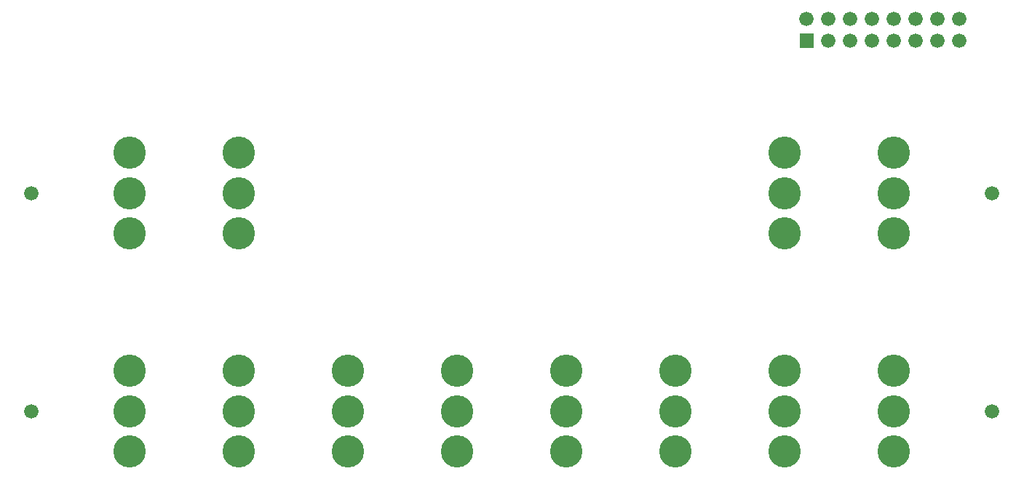
<source format=gbr>
G04 start of page 6 for group -4063 idx -4063 *
G04 Title: (unknown), componentmask *
G04 Creator: pcb 20140316 *
G04 CreationDate: Tue 18 Oct 2016 08:42:36 AM GMT UTC *
G04 For: atommann *
G04 Format: Gerber/RS-274X *
G04 PCB-Dimensions (mil): 8000.00 8000.00 *
G04 PCB-Coordinate-Origin: lower left *
%MOIN*%
%FSLAX25Y25*%
%LNTOPMASK*%
%ADD38C,0.0001*%
%ADD37C,0.1480*%
%ADD36C,0.0660*%
G54D36*X205000Y150000D03*
Y250000D03*
G54D37*X300000Y231500D03*
Y250000D03*
Y268500D03*
X250000Y231500D03*
Y250000D03*
Y268500D03*
G54D36*X645000Y250000D03*
Y150000D03*
G54D37*X600000Y131500D03*
Y150000D03*
Y168500D03*
X550000Y131500D03*
Y150000D03*
Y168500D03*
X500000Y131500D03*
Y150000D03*
Y168500D03*
X450000Y131500D03*
Y150000D03*
Y168500D03*
X400000Y131500D03*
X300000D03*
X250000D03*
X400000Y150000D03*
X300000D03*
X250000D03*
X400000Y168500D03*
X300000D03*
X250000D03*
X350000Y131500D03*
Y150000D03*
Y168500D03*
G54D38*G36*
X556700Y323300D02*Y316700D01*
X563300D01*
Y323300D01*
X556700D01*
G37*
G54D36*X560000Y330000D03*
X570000Y320000D03*
Y330000D03*
X580000Y320000D03*
Y330000D03*
X590000Y320000D03*
G54D37*X600000Y231500D03*
Y250000D03*
Y268500D03*
G54D36*X590000Y330000D03*
X600000D03*
X610000D03*
X620000D03*
X630000D03*
X600000Y320000D03*
X610000D03*
X620000D03*
X630000D03*
G54D37*X550000Y231500D03*
Y250000D03*
Y268500D03*
M02*

</source>
